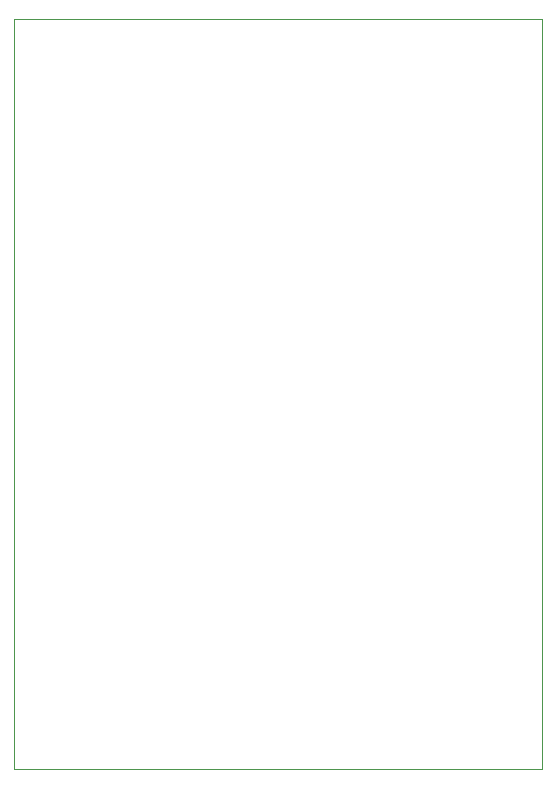
<source format=gbr>
%TF.GenerationSoftware,KiCad,Pcbnew,8.0.4*%
%TF.CreationDate,2024-10-14T16:37:58-05:00*%
%TF.ProjectId,Fob_Design_Files,466f625f-4465-4736-9967-6e5f46696c65,rev?*%
%TF.SameCoordinates,Original*%
%TF.FileFunction,Profile,NP*%
%FSLAX46Y46*%
G04 Gerber Fmt 4.6, Leading zero omitted, Abs format (unit mm)*
G04 Created by KiCad (PCBNEW 8.0.4) date 2024-10-14 16:37:58*
%MOMM*%
%LPD*%
G01*
G04 APERTURE LIST*
%TA.AperFunction,Profile*%
%ADD10C,0.050000*%
%TD*%
G04 APERTURE END LIST*
D10*
X88474000Y-30353000D02*
X133216000Y-30353000D01*
X133216000Y-93856000D01*
X88474000Y-93856000D01*
X88474000Y-30353000D01*
M02*

</source>
